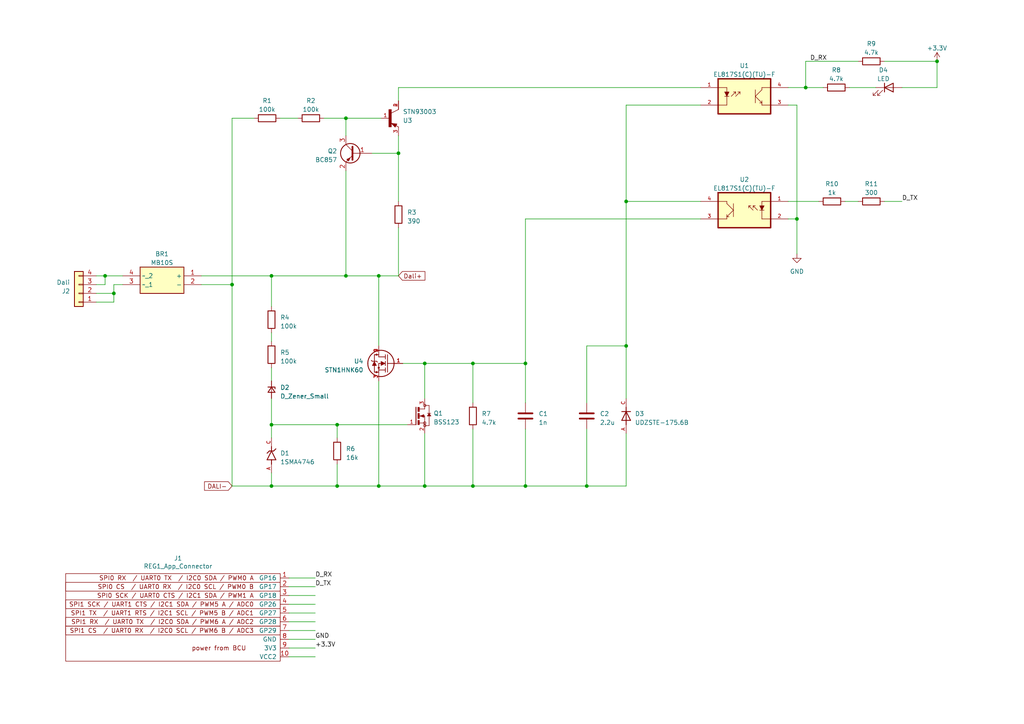
<source format=kicad_sch>
(kicad_sch (version 20230121) (generator eeschema)
  (paper "A4")
  (title_block (title "REG1-App-Dali") (date "2023-11-07") (rev "V00.90") (company "OpenKNX") (comment 1 "by thewhobox") (comment 4 "https://OpenKNX.de"))
  (lib_symbols
    (symbol "Connector_Generic:Conn_01x04" (pin_names (offset 1.016) hide)
      (property "Reference" "J" (at 0 5.08 0))
      (property "Value" "Conn_01x04" (at 0 -7.62 0))
      (symbol "Conn_01x04_1_1"
        (rectangle (start -1.27 -4.953) (end 0 -5.207) (stroke (width 0.1524)))
        (rectangle (start -1.27 -2.413) (end 0 -2.667) (stroke (width 0.1524)))
        (rectangle (start -1.27 0.127) (end 0 -0.127) (stroke (width 0.1524)))
        (rectangle (start -1.27 2.667) (end 0 2.413) (stroke (width 0.1524)))
        (rectangle (start -1.27 3.81) (end 1.27 -6.35) (stroke (width 0.254)) (fill (type background)))
        (pin passive line (at -5.08 2.54 0) (length 3.81) (name "Pin_1") (number "1"))
        (pin passive line (at -5.08 0 0) (length 3.81) (name "Pin_2") (number "2"))
        (pin passive line (at -5.08 -2.54 0) (length 3.81) (name "Pin_3") (number "3"))
        (pin passive line (at -5.08 -5.08 0) (length 3.81) (name "Pin_4") (number "4"))
      )
    )
    (symbol "DALI:1SMA4746" (pin_names (offset 1.016))
      (property "Reference" "D" (at -5.08 2.54 0))
      (property "Value" "1SMA4746" (at -5.08 -3.81 0))
      (symbol "1SMA4746_0_0"
        (polyline (pts (xy -2.54 0) (xy -1.27 0)) (stroke (width 0.254)))
        (polyline (pts (xy -1.27 -1.27) (xy 1.27 0)) (stroke (width 0.254)))
        (polyline (pts (xy -1.27 0) (xy -1.27 -1.27)) (stroke (width 0.254)))
        (polyline (pts (xy -1.27 1.27) (xy -1.27 0)) (stroke (width 0.254)))
        (polyline (pts (xy 0.635 1.27) (xy 1.27 0.635)) (stroke (width 0.254)))
        (polyline (pts (xy 1.27 -0.635) (xy 1.905 -1.27)) (stroke (width 0.254)))
        (polyline (pts (xy 1.27 0) (xy -1.27 1.27)) (stroke (width 0.254)))
        (polyline (pts (xy 1.27 0) (xy 1.27 -0.635)) (stroke (width 0.254)))
        (polyline (pts (xy 1.27 0.635) (xy 1.27 0)) (stroke (width 0.254)))
        (polyline (pts (xy 2.54 0) (xy 1.27 0)) (stroke (width 0.254)))
        (pin passive line (at -5.08 0 0) (length 2.54) (name "~") (number "A"))
        (pin passive line (at 5.08 0 180) (length 2.54) (name "~") (number "C"))
      )
    )
    (symbol "DALI:BSS123" (pin_names (offset 1.016))
      (property "Reference" "Q" (at 2.5424 0 0))
      (property "Value" "BSS123" (at 2.5424 -2.5424 0))
      (symbol "BSS123_0_0"
        (rectangle (start -2.0344 -2.543) (end -1.524 -1.27) (stroke (width 0.1)) (fill (type outline)))
        (rectangle (start -2.0345 -0.763) (end -1.524 0.762) (stroke (width 0.1)) (fill (type outline)))
        (rectangle (start -2.0338 1.2711) (end -1.524 2.54) (stroke (width 0.1)) (fill (type outline)))
        (circle (center 0 -2.794) (radius 0.3592))
        (circle (center 0 -2.032) (radius 0.3592))
        (polyline (pts (xy -2.54 2.54) (xy -2.54 -2.54)) (stroke (width 0.254)))
        (polyline (pts (xy -1.524 -2.032) (xy 0 -2.032)) (stroke (width 0.1524)))
        (polyline (pts (xy -1.524 0) (xy -1.27 0)) (stroke (width 0.1524)))
        (polyline (pts (xy -1.524 2.032) (xy 0 2.032)) (stroke (width 0.1524)))
        (polyline (pts (xy -1.27 0) (xy -1.016 0)) (stroke (width 0.1524)))
        (polyline (pts (xy -1.27 0) (xy -0.254 0.381)) (stroke (width 0.1524)))
        (polyline (pts (xy -1.016 0) (xy -0.889 0)) (stroke (width 0.1524)))
        (polyline (pts (xy -1.016 0) (xy -0.381 -0.254)) (stroke (width 0.254)))
        (polyline (pts (xy -0.889 0) (xy 0 0)) (stroke (width 0.1524)))
        (polyline (pts (xy -0.381 -0.254) (xy -0.381 0.254)) (stroke (width 0.254)))
        (polyline (pts (xy -0.381 0.254) (xy -0.889 0)) (stroke (width 0.254)))
        (polyline (pts (xy -0.254 -0.381) (xy -1.27 0)) (stroke (width 0.1524)))
        (polyline (pts (xy -0.254 0.381) (xy -0.254 -0.381)) (stroke (width 0.1524)))
        (polyline (pts (xy 0 -2.032) (xy 0 -2.794)) (stroke (width 0.1524)))
        (polyline (pts (xy 0 0) (xy 0 -2.032)) (stroke (width 0.1524)))
        (polyline (pts (xy 0 2.032) (xy 0 2.54)) (stroke (width 0.1524)))
        (polyline (pts (xy 0 3.048) (xy 1.27 3.048)) (stroke (width 0.1524)))
        (polyline (pts (xy 0.762 0) (xy 1.27 0.762)) (stroke (width 0.1524)))
        (polyline (pts (xy 1.016 0.127) (xy 1.524 0.127)) (stroke (width 0.254)))
        (polyline (pts (xy 1.27 -2.794) (xy 0 -2.794)) (stroke (width 0.1524)))
        (polyline (pts (xy 1.27 0.508) (xy 1.016 0.127)) (stroke (width 0.254)))
        (polyline (pts (xy 1.27 0.508) (xy 1.27 -2.794)) (stroke (width 0.1524)))
        (polyline (pts (xy 1.27 0.762) (xy 1.27 0.508)) (stroke (width 0.1524)))
        (polyline (pts (xy 1.27 0.762) (xy 1.778 0)) (stroke (width 0.1524)))
        (polyline (pts (xy 1.27 3.048) (xy 1.27 0.762)) (stroke (width 0.1524)))
        (polyline (pts (xy 1.524 0.127) (xy 1.27 0.508)) (stroke (width 0.254)))
        (polyline (pts (xy 1.778 0) (xy 0.762 0)) (stroke (width 0.1524)))
        (polyline (pts (xy 1.778 0.762) (xy 0.762 0.762)) (stroke (width 0.1524)))
        (circle (center 0 3.048) (radius 0.3592))
        (pin passive line (at -5.08 -2.54 0) (length 2.54) (name "~") (number "1"))
        (pin passive line (at 0 -5.08 90) (length 2.54) (name "~") (number "2"))
        (pin passive line (at 0 5.08 270) (length 2.54) (name "~") (number "3"))
      )
    )
    (symbol "DALI:EL357N(A)(TA)-G" (pin_names (offset 1.016))
      (property "Reference" "U" (at -7.6457 6.0936 0))
      (property "Value" "EL357N(A)(TA)-G" (at -7.6456 -9.1039 0))
      (symbol "EL357N(A)(TA)-G_0_0"
        (rectangle (start -7.62 -5.08) (end 7.62 5.08) (stroke (width 0.41)) (fill (type background)))
        (polyline (pts (xy -7.62 2.54) (xy -5.08 2.54)) (stroke (width 0.1524)))
        (polyline (pts (xy -5.715 0) (xy -5.08 0)) (stroke (width 0.1524)))
        (polyline (pts (xy -5.08 -2.54) (xy -7.62 -2.54)) (stroke (width 0.1524)))
        (polyline (pts (xy -5.08 0) (xy -5.08 -2.54)) (stroke (width 0.1524)))
        (polyline (pts (xy -5.08 0) (xy -4.445 0)) (stroke (width 0.1524)))
        (polyline (pts (xy -5.08 2.54) (xy -5.08 1.27)) (stroke (width 0.1524)))
        (polyline (pts (xy -3.81 0) (xy -2.54 1.27)) (stroke (width 0.1524)))
        (polyline (pts (xy -2.54 0) (xy -1.27 1.27)) (stroke (width 0.1524)))
        (polyline (pts (xy -2.54 1.27) (xy -3.175 1.27)) (stroke (width 0.1524)))
        (polyline (pts (xy -2.54 1.27) (xy -2.54 0.635)) (stroke (width 0.1524)))
        (polyline (pts (xy -1.905 1.27) (xy -1.27 1.27)) (stroke (width 0.1524)))
        (polyline (pts (xy -1.27 1.27) (xy -1.27 0.635)) (stroke (width 0.1524)))
        (polyline (pts (xy 3.175 -1.905) (xy 3.175 0)) (stroke (width 0.1524)))
        (polyline (pts (xy 3.175 0) (xy 3.175 1.905)) (stroke (width 0.1524)))
        (polyline (pts (xy 3.175 0) (xy 5.08 -1.905)) (stroke (width 0.1524)))
        (polyline (pts (xy 5.08 -2.54) (xy 7.62 -2.54)) (stroke (width 0.1524)))
        (polyline (pts (xy 5.08 -1.905) (xy 4.445 -1.905)) (stroke (width 0.1524)))
        (polyline (pts (xy 5.08 -1.905) (xy 5.08 -2.54)) (stroke (width 0.1524)))
        (polyline (pts (xy 5.08 -1.905) (xy 5.08 -1.27)) (stroke (width 0.1524)))
        (polyline (pts (xy 5.08 1.905) (xy 3.175 0)) (stroke (width 0.1524)))
        (polyline (pts (xy 5.08 1.905) (xy 5.08 2.54)) (stroke (width 0.1524)))
        (polyline (pts (xy 5.08 2.54) (xy 7.62 2.54)) (stroke (width 0.1524)))
        (polyline (pts (xy -5.715 1.27) (xy -4.445 1.27) (xy -5.08 0) (xy -5.715 1.27)) (stroke (width 0.1524)) (fill (type outline)))
        (pin passive line (at -12.7 2.54 0) (length 5.08) (name "~") (number "1"))
        (pin passive line (at -12.7 -2.54 0) (length 5.08) (name "~") (number "2"))
        (pin passive line (at 12.7 -2.54 180) (length 5.08) (name "~") (number "3"))
        (pin passive line (at 12.7 2.54 180) (length 5.08) (name "~") (number "4"))
      )
    )
    (symbol "DALI:MB10S"
      (property "Reference" "BR" (at 19.05 7.62 0))
      (property "Value" "MB10S" (at 19.05 5.08 0))
      (symbol "MB10S_1_1"
        (rectangle (start 5.08 2.54) (end 17.78 -5.08) (stroke (width 0.254)) (fill (type background)))
        (pin passive line (at 0 0 0) (length 5.08) (name "+") (number "1"))
        (pin passive line (at 0 -2.54 0) (length 5.08) (name "-") (number "2"))
        (pin passive line (at 22.86 -2.54 180) (length 5.08) (name "~_1") (number "3"))
        (pin passive line (at 22.86 0 180) (length 5.08) (name "~_2") (number "4"))
      )
    )
    (symbol "DALI:STN1HNK60" (pin_names (offset 1.016))
      (property "Reference" "U" (at 6.35 0.635 0))
      (property "Value" "STN1HNK60" (at 6.35 -3.81 0))
      (symbol "STN1HNK60_0_0"
        (arc (start -2.54 0) (mid 1.27 -3.7934) (end 5.08 0) (stroke (width 0.254)))
        (polyline (pts (xy -2.54 0) (xy -0.635 0)) (stroke (width 0.2032)))
        (polyline (pts (xy -0.635 -2.54) (xy -0.635 2.54)) (stroke (width 0.2032)))
        (polyline (pts (xy 0 -2.54) (xy 0 -1.905)) (stroke (width 0.2032)))
        (polyline (pts (xy 0 -1.905) (xy 0 -1.27)) (stroke (width 0.2032)))
        (polyline (pts (xy 0 -1.905) (xy 1.905 -1.905)) (stroke (width 0.2032)))
        (polyline (pts (xy 0 -0.635) (xy 0 0.635)) (stroke (width 0.2032)))
        (polyline (pts (xy 0 1.27) (xy 0 1.905)) (stroke (width 0.2032)))
        (polyline (pts (xy 0 1.905) (xy 0 2.54)) (stroke (width 0.2032)))
        (polyline (pts (xy 0 1.905) (xy 1.905 1.905)) (stroke (width 0.2032)))
        (polyline (pts (xy 1.27 0) (xy 1.905 0)) (stroke (width 0.2032)))
        (polyline (pts (xy 1.905 -2.54) (xy 1.905 0)) (stroke (width 0.2032)))
        (polyline (pts (xy 1.905 -2.54) (xy 2.5146 -2.54)) (stroke (width 0.2032)))
        (polyline (pts (xy 1.905 1.905) (xy 1.905 2.54)) (stroke (width 0.2032)))
        (polyline (pts (xy 1.905 2.54) (xy 2.5146 2.54)) (stroke (width 0.2032)))
        (polyline (pts (xy 2.5146 -2.54) (xy 2.5654 -2.54)) (stroke (width 0.2032)))
        (polyline (pts (xy 2.5146 2.54) (xy 2.5654 2.54)) (stroke (width 0.2032)))
        (polyline (pts (xy 2.54 0.635) (xy 2.286 0.381)) (stroke (width 0.2032)))
        (polyline (pts (xy 2.5654 -2.54) (xy 3.175 -2.54)) (stroke (width 0.2032)))
        (polyline (pts (xy 2.5654 2.54) (xy 3.175 2.54)) (stroke (width 0.2032)))
        (polyline (pts (xy 3.175 -2.54) (xy 3.175 -0.635)) (stroke (width 0.2032)))
        (polyline (pts (xy 3.175 0.635) (xy 3.175 2.54)) (stroke (width 0.2032)))
        (polyline (pts (xy 3.81 0.635) (xy 2.54 0.635)) (stroke (width 0.2032)))
        (polyline (pts (xy 4.064 0.889) (xy 3.81 0.635)) (stroke (width 0.2032)))
        (polyline (pts (xy 1.27 0.635) (xy 0 0) (xy 1.27 -0.635) (xy 1.27 0.635)) (stroke (width 0.0254)) (fill (type outline)))
        (polyline (pts (xy 3.81 -0.635) (xy 2.54 -0.635) (xy 3.175 0.635) (xy 3.81 -0.635)) (stroke (width 0.0254)) (fill (type outline)))
        (arc (start 1.8796 -1.27) (mid 1.905 -1.2953) (end 1.9304 -1.27) (stroke (width 0.508)))
        (arc (start 1.9304 -1.27) (mid 1.905 -1.2447) (end 1.8796 -1.27) (stroke (width 0.508)))
        (arc (start 2.5146 -2.54) (mid 2.54 -2.5653) (end 2.5654 -2.54) (stroke (width 0.508)))
        (arc (start 2.5146 2.54) (mid 2.54 2.5147) (end 2.5654 2.54) (stroke (width 0.508)))
        (arc (start 2.5654 -2.54) (mid 2.54 -2.5147) (end 2.5146 -2.54) (stroke (width 0.508)))
        (arc (start 2.5654 2.54) (mid 2.54 2.5653) (end 2.5146 2.54) (stroke (width 0.508)))
        (arc (start 5.08 0) (mid 1.27 3.7934) (end -2.54 0) (stroke (width 0.254)))
        (pin passive line (at -5.08 0 0) (length 2.54) (name "~") (number "1"))
        (pin passive line (at 1.905 5.08 270) (length 2.54) (name "~") (number "2"))
        (pin passive line (at 1.905 -5.08 90) (length 2.54) (name "~") (number "3"))
        (pin passive line (at 1.905 5.08 270) (length 2.54) (name "~") (number "4"))
      )
    )
    (symbol "DALI:STN93003" (pin_names (offset 1.016))
      (property "Reference" "U" (at -10.16 7.62 0))
      (property "Value" "STN93003" (at -10.16 5.08 0))
      (symbol "STN93003_0_0"
        (rectangle (start -0.254 -2.54) (end 0.508 2.54) (stroke (width 0.1)) (fill (type outline)))
        (polyline (pts (xy 0.516 1.478) (xy 2.086 1.678)) (stroke (width 0.1524)))
        (polyline (pts (xy 0.762 1.651) (xy 1.778 1.778)) (stroke (width 0.254)))
        (polyline (pts (xy 1.143 1.905) (xy 1.524 1.905)) (stroke (width 0.254)))
        (polyline (pts (xy 1.524 2.159) (xy 1.143 1.905)) (stroke (width 0.254)))
        (polyline (pts (xy 1.524 2.413) (xy 0.762 1.651)) (stroke (width 0.254)))
        (polyline (pts (xy 1.578 2.594) (xy 0.516 1.478)) (stroke (width 0.1524)))
        (polyline (pts (xy 1.778 1.778) (xy 1.524 2.159)) (stroke (width 0.254)))
        (polyline (pts (xy 1.905 1.778) (xy 1.524 2.413)) (stroke (width 0.254)))
        (polyline (pts (xy 2.086 1.678) (xy 1.578 2.594)) (stroke (width 0.1524)))
        (polyline (pts (xy 2.54 -2.54) (xy 0.508 -1.524)) (stroke (width 0.1524)))
        (polyline (pts (xy 2.54 2.54) (xy 1.808 2.124)) (stroke (width 0.1524)))
        (pin passive line (at -2.54 0 0) (length 2.54) (name "~") (number "1"))
        (pin passive line (at 2.54 -5.08 90) (length 2.54) (name "~") (number "2"))
        (pin passive line (at 2.54 5.08 270) (length 2.54) (name "~") (number "3"))
        (pin passive line (at 2.54 -5.08 90) (length 2.54) (name "~") (number "4"))
      )
    )
    (symbol "DALI:UDZSTE-175.6B" (pin_names (offset 1.016))
      (property "Reference" "D" (at -2.2903 1.9086 0))
      (property "Value" "UDZSTE-175.6B" (at -2.289 -3.4334 0))
      (symbol "UDZSTE-175.6B_0_0"
        (polyline (pts (xy -2.54 0) (xy 2.54 0)) (stroke (width 0.254)))
        (polyline (pts (xy -1.27 -1.27) (xy 1.27 0)) (stroke (width 0.254)))
        (polyline (pts (xy -1.27 1.27) (xy -1.27 -1.27)) (stroke (width 0.254)))
        (polyline (pts (xy 1.27 0) (xy -1.27 1.27)) (stroke (width 0.254)))
        (polyline (pts (xy 1.27 0) (xy 1.27 -1.27)) (stroke (width 0.254)))
        (polyline (pts (xy 1.27 1.27) (xy 1.27 0)) (stroke (width 0.254)))
        (pin passive line (at -5.08 0 0) (length 2.54) (name "~") (number "A"))
        (pin passive line (at 5.08 0 180) (length 2.54) (name "~") (number "C"))
      )
    )
    (symbol "Device:C" (pin_numbers hide) (pin_names (offset 0.254))
      (property "Reference" "C" (at 0.635 2.54 0))
      (property "Value" "C" (at 0.635 -2.54 0))
      (symbol "C_0_1"
        (polyline (pts (xy -2.032 -0.762) (xy 2.032 -0.762)) (stroke (width 0.508)))
        (polyline (pts (xy -2.032 0.762) (xy 2.032 0.762)) (stroke (width 0.508)))
      )
      (symbol "C_1_1"
        (pin passive line (at 0 3.81 270) (length 2.794) (name "~") (number "1"))
        (pin passive line (at 0 -3.81 90) (length 2.794) (name "~") (number "2"))
      )
    )
    (symbol "Device:D_Zener_Small" (pin_numbers hide) (pin_names (offset 0.254) hide)
      (property "Reference" "D" (at 0 2.286 0))
      (property "Value" "D_Zener_Small" (at 0 -2.286 0))
      (symbol "D_Zener_Small_0_1"
        (polyline (pts (xy 0.762 0) (xy -0.762 0)))
        (polyline (pts (xy -0.254 1.016) (xy -0.762 1.016) (xy -0.762 -1.016)) (stroke (width 0.254)))
        (polyline (pts (xy 0.762 1.016) (xy -0.762 0) (xy 0.762 -1.016) (xy 0.762 1.016)) (stroke (width 0.254)))
      )
      (symbol "D_Zener_Small_1_1"
        (pin passive line (at -2.54 0 0) (length 1.778) (name "K") (number "1"))
        (pin passive line (at 2.54 0 180) (length 1.778) (name "A") (number "2"))
      )
    )
    (symbol "Device:LED" (pin_numbers hide) (pin_names (offset 1.016) hide)
      (property "Reference" "D" (at 0 2.54 0))
      (property "Value" "LED" (at 0 -2.54 0))
      (symbol "LED_0_1"
        (polyline (pts (xy -1.27 -1.27) (xy -1.27 1.27)) (stroke (width 0.254)))
        (polyline (pts (xy -1.27 0) (xy 1.27 0)))
        (polyline (pts (xy 1.27 -1.27) (xy 1.27 1.27) (xy -1.27 0) (xy 1.27 -1.27)) (stroke (width 0.254)))
        (polyline (pts (xy -3.048 -0.762) (xy -4.572 -2.286) (xy -3.81 -2.286) (xy -4.572 -2.286) (xy -4.572 -1.524)))
        (polyline (pts (xy -1.778 -0.762) (xy -3.302 -2.286) (xy -2.54 -2.286) (xy -3.302 -2.286) (xy -3.302 -1.524)))
      )
      (symbol "LED_1_1"
        (pin passive line (at -3.81 0 0) (length 2.54) (name "K") (number "1"))
        (pin passive line (at 3.81 0 180) (length 2.54) (name "A") (number "2"))
      )
    )
    (symbol "Device:R" (pin_numbers hide) (pin_names (offset 0))
      (property "Reference" "R" (at 2.032 0 90))
      (property "Value" "R" (at 0 0 90))
      (symbol "R_0_1"
        (rectangle (start -1.016 -2.54) (end 1.016 2.54) (stroke (width 0.254)))
      )
      (symbol "R_1_1"
        (pin passive line (at 0 3.81 270) (length 1.27) (name "~") (number "1"))
        (pin passive line (at 0 -3.81 90) (length 1.27) (name "~") (number "2"))
      )
    )
    (symbol "OpenKNX:REG1_App_Connector" (pin_names (offset 1.016))
      (property "Reference" "J" (at 10.16 13.97 0))
      (property "Value" "REG1_App_Connector" (at 1.27 -13.97 0))
      (symbol "REG1_App_Connector_0_0"
        (rectangle (start -49.53 -2.54) (end 12.7 0))
        (rectangle (start 12.7 -5.08) (end -49.53 -2.54))
        (rectangle (start 12.7 2.54) (end -49.53 5.08))
        (rectangle (start 12.7 10.16) (end -49.53 7.62))
        (rectangle (start 12.7 12.7) (end -49.53 -12.7))
        (text "power from BCU" (at -5.08 -8.89 0) (effects (font (size 1.27 1.27))))
        (text "SPI0 CS  / UART0 RX  / I2C0 SCL / PWM0 B" (at 5.08 8.89 0) (effects (font (size 1.27 1.27)) (justify right)))
        (text "SPI0 RX  / UART0 TX  / I2C0 SDA / PWM0 A" (at 5.08 11.43 0) (effects (font (size 1.27 1.27)) (justify right)))
        (text "SPI0 SCK / UART0 CTS / I2C1 SDA / PWM1 A" (at 5.08 6.35 0) (effects (font (size 1.27 1.27)) (justify right)))
        (text "SPI1 CS  / UART0 RX  / I2C0 SCL / PWM6 B / ADC3" (at 5.08 -3.81 0) (effects (font (size 1.27 1.27)) (justify right)))
        (text "SPI1 RX  / UART0 TX  / I2C0 SDA / PWM6 A / ADC2" (at 5.08 -1.27 0) (effects (font (size 1.27 1.27)) (justify right)))
        (text "SPI1 SCK / UART1 CTS / I2C1 SDA / PWM5 A / ADC0" (at 5.08 3.81 0) (effects (font (size 1.27 1.27)) (justify right)))
        (text "SPI1 TX  / UART1 RTS / I2C1 SCL / PWM5 B / ADC1" (at 5.08 1.27 0) (effects (font (size 1.27 1.27)) (justify right)))
      )
      (symbol "REG1_App_Connector_1_1"
        (pin bidirectional line (at 15.24 11.43 180) (length 2.54) (name "GP16") (number "1"))
        (pin power_out line (at 15.24 -11.43 180) (length 2.54) (name "VCC2") (number "10"))
        (pin bidirectional line (at 15.24 8.89 180) (length 2.54) (name "GP17") (number "2"))
        (pin bidirectional line (at 15.24 6.35 180) (length 2.54) (name "GP18") (number "3"))
        (pin bidirectional line (at 15.24 3.81 180) (length 2.54) (name "GP26") (number "4"))
        (pin bidirectional line (at 15.24 1.27 180) (length 2.54) (name "GP27") (number "5"))
        (pin bidirectional line (at 15.24 -1.27 180) (length 2.54) (name "GP28") (number "6"))
        (pin bidirectional line (at 15.24 -3.81 180) (length 2.54) (name "GP29") (number "7"))
        (pin power_out line (at 15.24 -6.35 180) (length 2.54) (name "GND") (number "8"))
        (pin power_out line (at 15.24 -8.89 180) (length 2.54) (name "3V3") (number "9"))
      )
    )
    (symbol "Transistor_BJT:BC857" (pin_names (offset 0) hide)
      (property "Reference" "Q" (at 5.08 1.905 0))
      (property "Value" "BC857" (at 5.08 0 0))
      (symbol "BC857_0_1"
        (polyline (pts (xy 0.635 0.635) (xy 2.54 2.54)))
        (polyline (pts (xy 0.635 -0.635) (xy 2.54 -2.54) (xy 2.54 -2.54)))
        (polyline (pts (xy 0.635 1.905) (xy 0.635 -1.905) (xy 0.635 -1.905)) (stroke (width 0.508)))
        (polyline (pts (xy 2.286 -1.778) (xy 1.778 -2.286) (xy 1.27 -1.27) (xy 2.286 -1.778) (xy 2.286 -1.778)) (fill (type outline)))
        (circle (center 1.27 0) (radius 2.8194) (stroke (width 0.254)))
      )
      (symbol "BC857_1_1"
        (pin input line (at -5.08 0 0) (length 5.715) (name "B") (number "1"))
        (pin passive line (at 2.54 -5.08 90) (length 2.54) (name "E") (number "2"))
        (pin passive line (at 2.54 5.08 270) (length 2.54) (name "C") (number "3"))
      )
    )
    (symbol "power:+3.3V" (power) (pin_names (offset 0))
      (property "Value" "+3.3V" (at 0 3.556 0))
      (symbol "+3.3V_0_1"
        (polyline (pts (xy -0.762 1.27) (xy 0 2.54)))
        (polyline (pts (xy 0 0) (xy 0 2.54)))
        (polyline (pts (xy 0 2.54) (xy 0.762 1.27)))
      )
      (symbol "+3.3V_1_1"
        (pin power_in line (at 0 0 90) (length 0) hide (name "+3.3V") (number "1"))
      )
    )
    (symbol "power:GND" (power) (pin_names (offset 0))
      (property "Value" "GND" (at 0 -3.81 0))
      (symbol "GND_0_1"
        (polyline (pts (xy 0 0) (xy 0 -1.27) (xy 1.27 -1.27) (xy 0 -2.54) (xy -1.27 -1.27) (xy 0 -1.27)))
      )
      (symbol "GND_1_1"
        (pin power_in line (at 0 0 270) (length 0) hide (name "GND") (number "1"))
      )
    )
  )
  (junction (at 100.33 34.29))
  (junction (at 115.57 44.45))
  (junction (at 181.61 100.33))
  (junction (at 181.61 58.42))
  (junction (at 152.4 140.97))
  (junction (at 137.16 140.97))
  (junction (at 231.14 63.5))
  (junction (at 170.18 140.97))
  (junction (at 109.855 80.01))
  (junction (at 109.855 140.97))
  (junction (at 271.78 17.78))
  (junction (at 97.79 123.19))
  (junction (at 67.31 82.55))
  (junction (at 123.19 140.97))
  (junction (at 152.4 105.41))
  (junction (at 233.68 25.4))
  (junction (at 78.74 123.19))
  (junction (at 78.74 80.01))
  (junction (at 30.48 80.01))
  (junction (at 100.33 80.01))
  (junction (at 78.74 140.97))
  (junction (at 97.79 140.97))
  (junction (at 33.02 85.09))
  (junction (at 137.16 105.41))
  (junction (at 123.19 105.41))
  (wire (pts (xy 67.31 82.55) (xy 67.31 34.29)))
  (wire (pts (xy 27.94 85.09) (xy 33.02 85.09)))
  (wire (pts (xy 109.855 140.97) (xy 123.19 140.97)))
  (wire (pts (xy 261.62 25.4) (xy 271.78 25.4)))
  (wire (pts (xy 81.28 34.29) (xy 86.36 34.29)))
  (wire (pts (xy 97.79 127) (xy 97.79 123.19)))
  (wire (pts (xy 91.44 175.26) (xy 83.82 175.26)))
  (wire (pts (xy 115.57 80.01) (xy 115.57 66.04)))
  (wire (pts (xy 30.48 80.01) (xy 35.56 80.01)))
  (wire (pts (xy 115.57 44.45) (xy 115.57 58.42)))
  (wire (pts (xy 231.14 30.48) (xy 231.14 63.5)))
  (wire (pts (xy 181.61 115.57) (xy 181.61 100.33)))
  (wire (pts (xy 271.78 25.4) (xy 271.78 17.78)))
  (wire (pts (xy 181.61 125.73) (xy 181.61 140.97)))
  (wire (pts (xy 233.68 25.4) (xy 238.76 25.4)))
  (wire (pts (xy 137.16 140.97) (xy 123.19 140.97)))
  (wire (pts (xy 228.6 58.42) (xy 237.49 58.42)))
  (wire (pts (xy 256.54 17.78) (xy 271.78 17.78)))
  (wire (pts (xy 181.61 100.33) (xy 181.61 58.42)))
  (wire (pts (xy 152.4 105.41) (xy 137.16 105.41)))
  (wire (pts (xy 115.57 25.4) (xy 203.2 25.4)))
  (wire (pts (xy 107.95 44.45) (xy 115.57 44.45)))
  (wire (pts (xy 152.4 105.41) (xy 152.4 116.84)))
  (wire (pts (xy 100.33 34.29) (xy 100.33 39.37)))
  (wire (pts (xy 115.57 29.21) (xy 115.57 25.4)))
  (wire (pts (xy 261.62 58.42) (xy 256.54 58.42)))
  (wire (pts (xy 30.48 82.55) (xy 30.48 80.01)))
  (wire (pts (xy 78.74 123.19) (xy 78.74 127)))
  (wire (pts (xy 67.31 82.55) (xy 67.31 140.97)))
  (wire (pts (xy 78.74 140.97) (xy 78.74 137.16)))
  (wire (pts (xy 181.61 140.97) (xy 170.18 140.97)))
  (wire (pts (xy 231.14 63.5) (xy 228.6 63.5)))
  (wire (pts (xy 231.14 73.66) (xy 231.14 63.5)))
  (wire (pts (xy 58.42 82.55) (xy 67.31 82.55)))
  (wire (pts (xy 109.855 80.01) (xy 115.57 80.01)))
  (wire (pts (xy 35.56 82.55) (xy 33.02 82.55)))
  (wire (pts (xy 27.94 82.55) (xy 30.48 82.55)))
  (wire (pts (xy 91.44 180.34) (xy 83.82 180.34)))
  (wire (pts (xy 137.16 116.84) (xy 137.16 105.41)))
  (wire (pts (xy 33.02 87.63) (xy 27.94 87.63)))
  (wire (pts (xy 97.79 134.62) (xy 97.79 140.97)))
  (wire (pts (xy 203.2 63.5) (xy 152.4 63.5)))
  (wire (pts (xy 78.74 115.57) (xy 78.74 123.19)))
  (wire (pts (xy 123.19 105.41) (xy 123.19 115.57)))
  (wire (pts (xy 67.31 140.97) (xy 78.74 140.97)))
  (wire (pts (xy 78.74 80.01) (xy 100.33 80.01)))
  (wire (pts (xy 203.2 30.48) (xy 181.61 30.48)))
  (wire (pts (xy 97.79 123.19) (xy 118.11 123.19)))
  (wire (pts (xy 91.44 187.96) (xy 83.82 187.96)))
  (wire (pts (xy 33.02 85.09) (xy 33.02 87.63)))
  (wire (pts (xy 97.79 123.19) (xy 78.74 123.19)))
  (wire (pts (xy 233.68 17.78) (xy 233.68 25.4)))
  (wire (pts (xy 170.18 124.46) (xy 170.18 140.97)))
  (wire (pts (xy 170.18 100.33) (xy 181.61 100.33)))
  (wire (pts (xy 228.6 30.48) (xy 231.14 30.48)))
  (wire (pts (xy 115.57 39.37) (xy 115.57 44.45)))
  (wire (pts (xy 246.38 25.4) (xy 254 25.4)))
  (wire (pts (xy 248.92 17.78) (xy 233.68 17.78)))
  (wire (pts (xy 109.855 80.01) (xy 109.855 100.33)))
  (wire (pts (xy 109.855 110.49) (xy 109.855 140.97)))
  (wire (pts (xy 78.74 96.52) (xy 78.74 99.06)))
  (wire (pts (xy 78.74 88.9) (xy 78.74 80.01)))
  (wire (pts (xy 27.94 80.01) (xy 30.48 80.01)))
  (wire (pts (xy 83.82 167.64) (xy 91.44 167.64)))
  (wire (pts (xy 83.82 190.5) (xy 91.44 190.5)))
  (wire (pts (xy 83.82 182.88) (xy 91.44 182.88)))
  (wire (pts (xy 100.33 80.01) (xy 109.855 80.01)))
  (wire (pts (xy 83.82 185.42) (xy 91.44 185.42)))
  (wire (pts (xy 152.4 63.5) (xy 152.4 105.41)))
  (wire (pts (xy 100.33 49.53) (xy 100.33 80.01)))
  (wire (pts (xy 100.33 34.29) (xy 110.49 34.29)))
  (wire (pts (xy 170.18 116.84) (xy 170.18 100.33)))
  (wire (pts (xy 137.16 124.46) (xy 137.16 140.97)))
  (wire (pts (xy 152.4 124.46) (xy 152.4 140.97)))
  (wire (pts (xy 78.74 106.68) (xy 78.74 110.49)))
  (wire (pts (xy 58.42 80.01) (xy 78.74 80.01)))
  (wire (pts (xy 97.79 140.97) (xy 109.855 140.97)))
  (wire (pts (xy 170.18 140.97) (xy 152.4 140.97)))
  (wire (pts (xy 181.61 58.42) (xy 203.2 58.42)))
  (wire (pts (xy 83.82 177.8) (xy 91.44 177.8)))
  (wire (pts (xy 93.98 34.29) (xy 100.33 34.29)))
  (wire (pts (xy 137.16 105.41) (xy 123.19 105.41)))
  (wire (pts (xy 33.02 82.55) (xy 33.02 85.09)))
  (wire (pts (xy 123.19 125.73) (xy 123.19 140.97)))
  (wire (pts (xy 91.44 170.18) (xy 83.82 170.18)))
  (wire (pts (xy 245.11 58.42) (xy 248.92 58.42)))
  (wire (pts (xy 83.82 172.72) (xy 91.44 172.72)))
  (wire (pts (xy 152.4 140.97) (xy 137.16 140.97)))
  (wire (pts (xy 97.79 140.97) (xy 78.74 140.97)))
  (wire (pts (xy 181.61 30.48) (xy 181.61 58.42)))
  (wire (pts (xy 228.6 25.4) (xy 233.68 25.4)))
  (wire (pts (xy 116.84 105.41) (xy 123.19 105.41)))
  (wire (pts (xy 67.31 34.29) (xy 73.66 34.29)))
  (label "D_RX" (at 91.44 167.64 0))
  (label "+3.3V" (at 91.44 187.96 0))
  (label "D_TX" (at 91.44 170.18 0))
  (label "D_TX" (at 261.62 58.42 0))
  (label "GND" (at 91.44 185.42 0))
  (label "D_RX" (at 234.95 17.78 0))
  (global_label "DALI-" (shape input) (at 67.31 140.97 180) (property "Intersheetrefs" "${INTERSHEET_REFS}" (effects hide)))
  (global_label "Dali+" (shape input) (at 115.57 80.01 0) (property "Intersheetrefs" "${INTERSHEET_REFS}" (effects hide)))
  (symbol (lib_id "OpenKNX:REG1_App_Connector") (at 68.58 179.07 0) (unit 1)
    (property "Reference" "J1" (at 51.6382 161.925 0))
    (property "Value" "REG1_App_Connector" (at 51.6382 164.2364 0))
    (property "Footprint" "Connector_PinHeader_2.54mm:PinHeader_1x10_P2.54mm_Horizontal" (effects hide))
    (property "LCSC" "C492418" (effects hide))
  )
  (symbol (lib_id "Device:R") (at 115.57 62.23 180) (unit 1)
    (property "Reference" "R3" (at 118.11 61.595 0) (effects (justify right)))
    (property "Value" "390" (at 118.11 64.135 0) (effects (justify right)))
    (property "Footprint" "Resistor_SMD:R_0603_1608Metric" (effects hide))
    (property "LCSC" "C23151" (effects hide))
  )
  (symbol (lib_id "Device:C") (at 170.18 120.65 0) (unit 1)
    (property "Reference" "C2" (at 173.99 120.015 0) (effects (justify left)))
    (property "Value" "2.2u" (at 173.99 122.555 0) (effects (justify left)))
    (property "Footprint" "Capacitor_SMD:C_0805_2012Metric" (effects hide))
    (property "LCSC" "C49217" (effects hide))
  )
  (symbol (lib_id "Device:R") (at 97.79 130.81 180) (unit 1)
    (property "Reference" "R6" (at 100.33 130.175 0) (effects (justify right)))
    (property "Value" "16k" (at 100.33 132.715 0) (effects (justify right)))
    (property "Footprint" "Resistor_SMD:R_0805_2012Metric" (effects hide))
    (property "LCSC" "C17490" (effects hide))
  )
  (symbol (lib_id "Device:R") (at 78.74 102.87 180) (unit 1)
    (property "Reference" "R5" (at 81.28 102.235 0) (effects (justify right)))
    (property "Value" "100k" (at 81.28 104.775 0) (effects (justify right)))
    (property "Footprint" "Resistor_SMD:R_1206_3216Metric" (effects hide))
    (property "LCSC" "C17900" (effects hide))
  )
  (symbol (lib_id "Transistor_BJT:BC857") (at 102.87 44.45 0) (mirror y) (unit 1)
    (property "Reference" "Q2" (at 97.79 43.815 0) (effects (justify left)))
    (property "Value" "BC857" (at 97.79 46.355 0) (effects (justify left)))
    (property "Footprint" "Package_TO_SOT_SMD:SOT-23" (effects hide))
    (property "Datasheet" "https://www.onsemi.com/pub/Collateral/BC860-D.pdf" (effects hide))
    (property "LCSC" "C8666" (effects hide))
    (property "JLCPCB Rotation Offset" "180" (effects hide))
  )
  (symbol (lib_id "Device:R") (at 241.3 58.42 90) (unit 1)
    (property "Reference" "R10" (at 241.3 53.34 90))
    (property "Value" "1k" (at 241.3 55.88 90))
    (property "Footprint" "Resistor_SMD:R_1206_3216Metric" (effects hide))
    (property "LCSC" "C4410" (effects hide))
  )
  (symbol (lib_id "Device:R") (at 252.73 17.78 270) (unit 1)
    (property "Reference" "R9" (at 252.73 12.7 90))
    (property "Value" "4.7k" (at 252.73 15.24 90))
    (property "Footprint" "Resistor_SMD:R_0603_1608Metric" (effects hide))
    (property "LCSC" "C23162" (effects hide))
  )
  (symbol (lib_id "Device:LED") (at 257.81 25.4 0) (unit 1)
    (property "Reference" "D4" (at 256.2225 20.32 0))
    (property "Value" "LED" (at 256.2225 22.86 0))
    (property "Footprint" "LED_SMD:LED_0603_1608Metric" (effects hide))
    (property "LCSC" "C2290" (effects hide))
  )
  (symbol (lib_id "Connector_Generic:Conn_01x04") (at 22.86 85.09 180) (unit 1)
    (property "Reference" "J2" (at 20.32 84.455 0) (effects (justify left)))
    (property "Value" "Dali" (at 20.32 81.915 0) (effects (justify left)))
    (property "Footprint" "Connector_Phoenix_MC:PhoenixContact_MC_1,5_4-G-3.5_1x04_P3.50mm_Horizontal" (effects hide))
    (property "LCSC" "C441173" (effects hide))
  )
  (symbol (lib_id "DALI:STN1HNK60") (at 111.76 105.41 0) (mirror y) (unit 1)
    (property "Reference" "U4" (at 105.41 104.775 0) (effects (justify left)))
    (property "Value" "STN1HNK60" (at 105.41 107.315 0) (effects (justify left)))
    (property "Footprint" "DALI:SOT-223" (effects hide))
    (property "VENDOR" "STMicroelectronics" (effects hide))
    (property "MANUFACTURER_PART_NUMBER" "STN1HNK60" (effects hide))
    (property "LCSC" "C39303" (effects hide))
    (property "JLCPCB Rotation Offset" "-90" (effects hide))
  )
  (symbol (lib_id "Device:R") (at 242.57 25.4 270) (unit 1)
    (property "Reference" "R8" (at 242.57 20.32 90))
    (property "Value" "4.7k" (at 242.57 22.86 90))
    (property "Footprint" "Resistor_SMD:R_0603_1608Metric" (effects hide))
    (property "LCSC" "C23162" (effects hide))
  )
  (symbol (lib_id "DALI:EL357N(A)(TA)-G") (at 215.9 60.96 0) (mirror y) (unit 1)
    (property "Reference" "U2" (at 215.9 52.07 0))
    (property "Value" "EL817S1(C)(TU)-F" (at 215.9 54.61 0))
    (property "Footprint" "DALI:SOIC254P1030X390-4N" (effects hide))
    (property "MF" "Everlight" (effects hide))
    (property "DESCRIPTION" "Optocoupler [Everlight Electronics] EL357N_A__TA_-G Optocoupler" (effects hide))
    (property "PACKAGE" "SOP-4 Everlight" (effects hide))
    (property "PRICE" "0.10 USD" (effects hide))
    (property "STANDARD" "IPC-7351B" (effects hide))
    (property "MP" "EL357N_A__TA_-G" (effects hide))
    (property "AVAILABILITY" "Good" (effects hide))
    (property "LCSC" "C106900" (effects hide))
  )
  (symbol (lib_id "Device:R") (at 78.74 92.71 180) (unit 1)
    (property "Reference" "R4" (at 81.28 92.075 0) (effects (justify right)))
    (property "Value" "100k" (at 81.28 94.615 0) (effects (justify right)))
    (property "Footprint" "Resistor_SMD:R_1206_3216Metric" (effects hide))
    (property "LCSC" "C17900" (effects hide))
  )
  (symbol (lib_id "DALI:STN93003") (at 113.03 34.29 0) (mirror x) (unit 1)
    (property "Reference" "U3" (at 116.84 34.952 0) (effects (justify left)))
    (property "Value" "STN93003" (at 116.84 32.412 0) (effects (justify left)))
    (property "Footprint" "DALI:SOT230P700X180-4N" (effects hide))
    (property "LCSC" "C880083" (effects hide))
    (property "JLCPCB Rotation Offset" "-90" (effects hide))
  )
  (symbol (lib_id "DALI:UDZSTE-175.6B") (at 181.61 120.65 90) (unit 1)
    (property "Reference" "D3" (at 184.15 120.015 90) (effects (justify right)))
    (property "Value" "UDZSTE-175.6B" (at 184.15 122.555 90) (effects (justify right)))
    (property "Footprint" "DALI:SODFL2512X90N" (effects hide))
    (property "MANUFACTURER" "Rohm Semiconductor" (effects hide))
    (property "LCSC" "C122985" (effects hide))
  )
  (symbol (lib_id "DALI:MB10S") (at 58.42 80.01 0) (mirror y) (unit 1)
    (property "Reference" "BR1" (at 46.99 73.66 0))
    (property "Value" "MB10S" (at 46.99 76.2 0))
    (property "Footprint" "DALI:SOP245P670X290-4N" (effects hide))
    (property "Datasheet" "http://www.onsemi.com/pub/Collateral/MB10S-D.pdf" (effects hide))
    (property "Height" "2.9" (effects hide))
    (property "Manufacturer_Name" "onsemi" (effects hide))
    (property "Manufacturer_Part_Number" "MB10S" (effects hide))
    (property "Mouser Part Number" "512-MB10S" (effects hide))
    (property "Mouser Price/Stock" "https://www.mouser.co.uk/ProductDetail/onsemi-Fairchild/MB10S?qs=FHGIxCZCr7o%252BnYB0V%2FNH8A%3D%3D" (effects hide))
    (property "Arrow Part Number" "MB10S" (effects hide))
    (property "Arrow Price/Stock" "https://www.arrow.com/en/products/mb10s/on-semiconductor?region=nac" (effects hide))
    (property "LCSC" "C2488" (effects hide))
  )
  (symbol (lib_id "Device:C") (at 152.4 120.65 0) (unit 1)
    (property "Reference" "C1" (at 156.21 120.015 0) (effects (justify left)))
    (property "Value" "1n" (at 156.21 122.555 0) (effects (justify left)))
    (property "Footprint" "Capacitor_SMD:C_0603_1608Metric" (effects hide))
    (property "LCSC" "C1588" (effects hide))
  )
  (symbol (lib_id "Device:R") (at 137.16 120.65 180) (unit 1)
    (property "Reference" "R7" (at 139.7 120.015 0) (effects (justify right)))
    (property "Value" "4.7k" (at 139.7 122.555 0) (effects (justify right)))
    (property "Footprint" "Resistor_SMD:R_0603_1608Metric" (effects hide))
    (property "LCSC" "C23162" (effects hide))
  )
  (symbol (lib_id "DALI:EL357N(A)(TA)-G") (at 215.9 27.94 0) (unit 1)
    (property "Reference" "U1" (at 215.9 19.05 0))
    (property "Value" "EL817S1(C)(TU)-F" (at 215.9 21.59 0))
    (property "Footprint" "DALI:SOIC254P1030X390-4N" (effects hide))
    (property "MF" "Everlight" (effects hide))
    (property "DESCRIPTION" "Optocoupler [Everlight Electronics] EL357N_A__TA_-G Optocoupler" (effects hide))
    (property "PACKAGE" "SOP-4 Everlight" (effects hide))
    (property "PRICE" "0.10 USD" (effects hide))
    (property "STANDARD" "IPC-7351B" (effects hide))
    (property "MP" "EL357N_A__TA_-G" (effects hide))
    (property "AVAILABILITY" "Good" (effects hide))
    (property "LCSC" "C106900" (effects hide))
  )
  (symbol (lib_id "Device:R") (at 90.17 34.29 90) (unit 1)
    (property "Reference" "R2" (at 90.17 29.21 90))
    (property "Value" "100k" (at 90.17 31.75 90))
    (property "Footprint" "Resistor_SMD:R_1206_3216Metric" (effects hide))
    (property "LCSC" "C17900" (effects hide))
  )
  (symbol (lib_id "Device:R") (at 252.73 58.42 90) (unit 1)
    (property "Reference" "R11" (at 252.73 53.34 90))
    (property "Value" "300" (at 252.73 55.88 90))
    (property "Footprint" "Resistor_SMD:R_1206_3216Metric" (effects hide))
    (property "LCSC" "C17887" (effects hide))
  )
  (symbol (lib_id "DALI:BSS123") (at 123.19 120.65 0) (unit 1)
    (property "Reference" "Q1" (at 125.73 119.888 0) (effects (justify left)))
    (property "Value" "BSS123" (at 125.73 122.428 0) (effects (justify left)))
    (property "Footprint" "Package_TO_SOT_SMD:SOT-23" (effects hide))
    (property "LCSC" "C431506" (effects hide))
    (property "JLCPCB Rotation Offset" "180" (effects hide))
  )
  (symbol (lib_id "power:+3.3V") (at 271.78 17.78 0) (unit 1)
    (property "Reference" "#PWR02" (effects hide))
    (property "Value" "+3.3V" (at 271.78 13.97 0))
  )
  (symbol (lib_id "Device:R") (at 77.47 34.29 90) (unit 1)
    (property "Reference" "R1" (at 77.47 29.21 90))
    (property "Value" "100k" (at 77.47 31.75 90))
    (property "Footprint" "Resistor_SMD:R_1206_3216Metric" (effects hide))
    (property "LCSC" "C17900" (effects hide))
  )
  (symbol (lib_id "Device:D_Zener_Small") (at 78.74 113.03 270) (unit 1)
    (property "Reference" "D2" (at 81.28 112.395 90) (effects (justify left)))
    (property "Value" "D_Zener_Small" (at 81.28 114.935 90) (effects (justify left)))
    (property "Footprint" "Diode_SMD:D_SOD-123" (effects hide))
    (property "LCSC" "C111753" (effects hide))
  )
  (symbol (lib_id "power:GND") (at 231.14 73.66 0) (unit 1)
    (property "Reference" "#PWR01" (effects hide))
    (property "Value" "GND" (at 231.14 78.74 0))
  )
  (symbol (lib_id "DALI:1SMA4746") (at 78.74 132.08 90) (unit 1)
    (property "Reference" "D1" (at 81.28 131.445 90) (effects (justify right)))
    (property "Value" "1SMA4746" (at 81.28 133.985 90) (effects (justify right)))
    (property "Footprint" "DALI:DIOM4325X250N" (effects hide))
    (property "PARTREV" "B2102" (effects hide))
    (property "MANUFACTURER" "Taiwan Semiconductor" (effects hide))
    (property "MAXIMUM_PACKAGE_HEIGHT" "2.5 mm" (effects hide))
    (property "STANDARD" "IPC-7351B" (effects hide))
    (property "LCSC" "C260228" (effects hide))
  )
)
</source>
